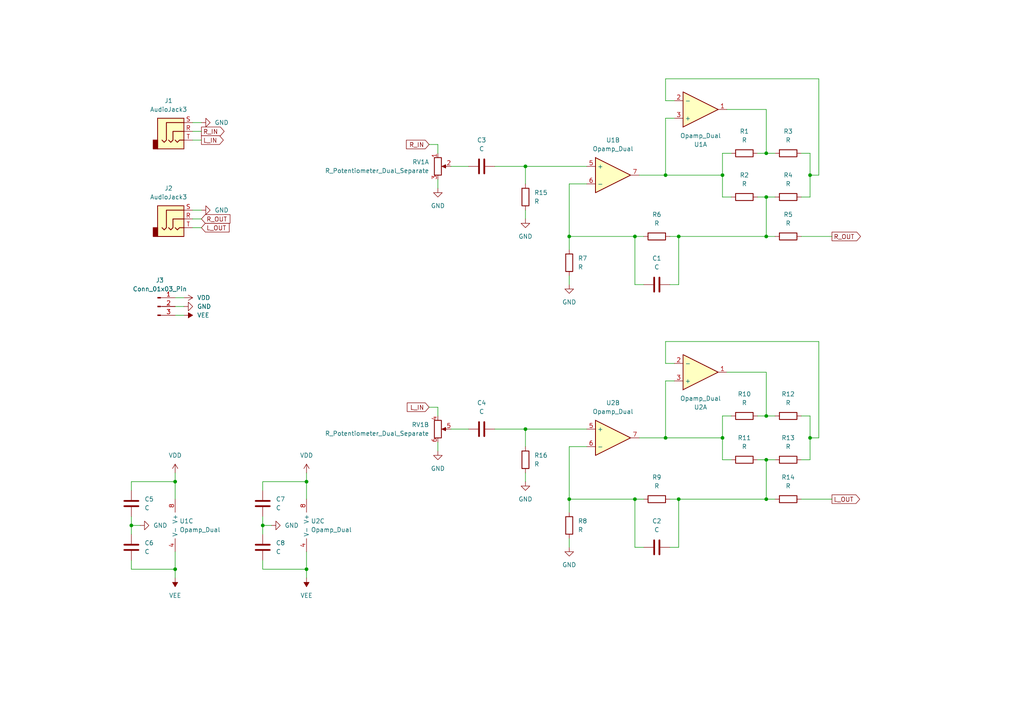
<source format=kicad_sch>
(kicad_sch (version 20230121) (generator eeschema)
  (paper "A4")
  (lib_symbols
    (symbol "Connector:Conn_01x03_Pin" (pin_names (offset 1.016) hide)
      (property "Reference" "J" (at 0 5.08 0))
      (property "Value" "Conn_01x03_Pin" (at 0 -5.08 0))
      (symbol "Conn_01x03_Pin_1_1"
        (polyline (pts (xy 1.27 -2.54) (xy 0.8636 -2.54)) (stroke (width 0.1524)))
        (polyline (pts (xy 1.27 0) (xy 0.8636 0)) (stroke (width 0.1524)))
        (polyline (pts (xy 1.27 2.54) (xy 0.8636 2.54)) (stroke (width 0.1524)))
        (rectangle (start 0.8636 -2.413) (end 0 -2.667) (stroke (width 0.1524)) (fill (type outline)))
        (rectangle (start 0.8636 0.127) (end 0 -0.127) (stroke (width 0.1524)) (fill (type outline)))
        (rectangle (start 0.8636 2.667) (end 0 2.413) (stroke (width 0.1524)) (fill (type outline)))
        (pin passive line (at 5.08 2.54 180) (length 3.81) (name "Pin_1") (number "1"))
        (pin passive line (at 5.08 0 180) (length 3.81) (name "Pin_2") (number "2"))
        (pin passive line (at 5.08 -2.54 180) (length 3.81) (name "Pin_3") (number "3"))
      )
    )
    (symbol "Connector_Audio:AudioJack3"
      (property "Reference" "J" (at 0 8.89 0))
      (property "Value" "AudioJack3" (at 0 6.35 0))
      (symbol "AudioJack3_0_1"
        (rectangle (start -5.08 -5.08) (end -6.35 -2.54) (stroke (width 0.254)) (fill (type outline)))
        (polyline (pts (xy 0 -2.54) (xy 0.635 -3.175) (xy 1.27 -2.54) (xy 2.54 -2.54)) (stroke (width 0.254)))
        (polyline (pts (xy -1.905 -2.54) (xy -1.27 -3.175) (xy -0.635 -2.54) (xy -0.635 0) (xy 2.54 0)) (stroke (width 0.254)))
        (polyline (pts (xy 2.54 2.54) (xy -2.54 2.54) (xy -2.54 -2.54) (xy -3.175 -3.175) (xy -3.81 -2.54)) (stroke (width 0.254)))
        (rectangle (start 2.54 3.81) (end -5.08 -5.08) (stroke (width 0.254)) (fill (type background)))
      )
      (symbol "AudioJack3_1_1"
        (pin passive line (at 5.08 0 180) (length 2.54) (name "~") (number "R"))
        (pin passive line (at 5.08 2.54 180) (length 2.54) (name "~") (number "S"))
        (pin passive line (at 5.08 -2.54 180) (length 2.54) (name "~") (number "T"))
      )
    )
    (symbol "Device:C" (pin_numbers hide) (pin_names (offset 0.254))
      (property "Reference" "C" (at 0.635 2.54 0))
      (property "Value" "C" (at 0.635 -2.54 0))
      (symbol "C_0_1"
        (polyline (pts (xy -2.032 -0.762) (xy 2.032 -0.762)) (stroke (width 0.508)))
        (polyline (pts (xy -2.032 0.762) (xy 2.032 0.762)) (stroke (width 0.508)))
      )
      (symbol "C_1_1"
        (pin passive line (at 0 3.81 270) (length 2.794) (name "~") (number "1"))
        (pin passive line (at 0 -3.81 90) (length 2.794) (name "~") (number "2"))
      )
    )
    (symbol "Device:Opamp_Dual"
      (property "Reference" "U" (at 0 5.08 0))
      (property "Value" "Opamp_Dual" (at 0 -5.08 0))
      (symbol "Opamp_Dual_1_1"
        (polyline (pts (xy -5.08 5.08) (xy 5.08 0) (xy -5.08 -5.08) (xy -5.08 5.08)) (stroke (width 0.254)) (fill (type background)))
        (pin output line (at 7.62 0 180) (length 2.54) (name "~") (number "1"))
        (pin input line (at -7.62 -2.54 0) (length 2.54) (name "-") (number "2"))
        (pin input line (at -7.62 2.54 0) (length 2.54) (name "+") (number "3"))
      )
      (symbol "Opamp_Dual_2_1"
        (polyline (pts (xy -5.08 5.08) (xy 5.08 0) (xy -5.08 -5.08) (xy -5.08 5.08)) (stroke (width 0.254)) (fill (type background)))
        (pin input line (at -7.62 2.54 0) (length 2.54) (name "+") (number "5"))
        (pin input line (at -7.62 -2.54 0) (length 2.54) (name "-") (number "6"))
        (pin output line (at 7.62 0 180) (length 2.54) (name "~") (number "7"))
      )
      (symbol "Opamp_Dual_3_1"
        (pin power_in line (at -2.54 -7.62 90) (length 3.81) (name "V-") (number "4"))
        (pin power_in line (at -2.54 7.62 270) (length 3.81) (name "V+") (number "8"))
      )
    )
    (symbol "Device:R" (pin_numbers hide) (pin_names (offset 0))
      (property "Reference" "R" (at 2.032 0 90))
      (property "Value" "R" (at 0 0 90))
      (symbol "R_0_1"
        (rectangle (start -1.016 -2.54) (end 1.016 2.54) (stroke (width 0.254)))
      )
      (symbol "R_1_1"
        (pin passive line (at 0 3.81 270) (length 1.27) (name "~") (number "1"))
        (pin passive line (at 0 -3.81 90) (length 1.27) (name "~") (number "2"))
      )
    )
    (symbol "Device:R_Potentiometer_Dual_Separate" (pin_names (offset 1.016) hide)
      (property "Reference" "RV" (at -4.445 0 90))
      (property "Value" "R_Potentiometer_Dual_Separate" (at -2.54 0 90))
      (symbol "R_Potentiometer_Dual_Separate_0_1"
        (polyline (pts (xy 2.54 0) (xy 1.524 0)))
        (polyline (pts (xy 1.143 0) (xy 2.286 0.508) (xy 2.286 -0.508) (xy 1.143 0)) (fill (type outline)))
        (rectangle (start 1.016 2.54) (end -1.016 -2.54) (stroke (width 0.254)))
      )
      (symbol "R_Potentiometer_Dual_Separate_1_1"
        (pin passive line (at 0 3.81 270) (length 1.27) (name "1") (number "1"))
        (pin passive line (at 3.81 0 180) (length 1.27) (name "2") (number "2"))
        (pin passive line (at 0 -3.81 90) (length 1.27) (name "3") (number "3"))
      )
      (symbol "R_Potentiometer_Dual_Separate_2_1"
        (pin passive line (at 0 3.81 270) (length 1.27) (name "4") (number "4"))
        (pin passive line (at 3.81 0 180) (length 1.27) (name "5") (number "5"))
        (pin passive line (at 0 -3.81 90) (length 1.27) (name "6") (number "6"))
      )
    )
    (symbol "power:GND" (power) (pin_names (offset 0))
      (property "Value" "GND" (at 0 -3.81 0))
      (symbol "GND_0_1"
        (polyline (pts (xy 0 0) (xy 0 -1.27) (xy 1.27 -1.27) (xy 0 -2.54) (xy -1.27 -1.27) (xy 0 -1.27)))
      )
      (symbol "GND_1_1"
        (pin power_in line (at 0 0 270) (length 0) hide (name "GND") (number "1"))
      )
    )
    (symbol "power:VDD" (power) (pin_names (offset 0))
      (property "Value" "VDD" (at 0 3.81 0))
      (symbol "VDD_0_1"
        (polyline (pts (xy -0.762 1.27) (xy 0 2.54)))
        (polyline (pts (xy 0 0) (xy 0 2.54)))
        (polyline (pts (xy 0 2.54) (xy 0.762 1.27)))
      )
      (symbol "VDD_1_1"
        (pin power_in line (at 0 0 90) (length 0) hide (name "VDD") (number "1"))
      )
    )
    (symbol "power:VEE" (power) (pin_names (offset 0))
      (property "Value" "VEE" (at 0 3.81 0))
      (symbol "VEE_0_1"
        (polyline (pts (xy 0 0) (xy 0 2.54)))
        (polyline (pts (xy 0.762 1.27) (xy -0.762 1.27) (xy 0 2.54) (xy 0.762 1.27)) (fill (type outline)))
      )
      (symbol "VEE_1_1"
        (pin power_in line (at 0 0 90) (length 0) hide (name "VEE") (number "1"))
      )
    )
  )
  (junction (at 222.25 120.65))
  (junction (at 222.25 144.78))
  (junction (at 88.9 165.1))
  (junction (at 222.25 44.45))
  (junction (at 222.25 133.35))
  (junction (at 184.15 68.58))
  (junction (at 88.9 139.7))
  (junction (at 165.1 68.58))
  (junction (at 38.1 152.4))
  (junction (at 184.15 144.78))
  (junction (at 165.1 144.78))
  (junction (at 193.04 127))
  (junction (at 50.8 139.7))
  (junction (at 209.55 50.8))
  (junction (at 209.55 127))
  (junction (at 193.04 50.8))
  (junction (at 196.85 144.78))
  (junction (at 152.4 48.26))
  (junction (at 234.95 127))
  (junction (at 50.8 165.1))
  (junction (at 196.85 68.58))
  (junction (at 234.95 50.8))
  (junction (at 152.4 124.46))
  (junction (at 222.25 57.15))
  (junction (at 222.25 68.58))
  (junction (at 76.2 152.4))
  (wire (pts (xy 76.2 152.4) (xy 78.74 152.4)))
  (wire (pts (xy 222.25 31.75) (xy 222.25 44.45)))
  (wire (pts (xy 193.04 22.86) (xy 237.49 22.86)))
  (wire (pts (xy 193.04 127) (xy 209.55 127)))
  (wire (pts (xy 127 52.07) (xy 127 54.61)))
  (wire (pts (xy 50.8 139.7) (xy 38.1 139.7)))
  (wire (pts (xy 38.1 162.56) (xy 38.1 165.1)))
  (wire (pts (xy 219.71 44.45) (xy 222.25 44.45)))
  (wire (pts (xy 184.15 144.78) (xy 184.15 158.75)))
  (wire (pts (xy 143.51 124.46) (xy 152.4 124.46)))
  (wire (pts (xy 237.49 99.06) (xy 237.49 127)))
  (wire (pts (xy 185.42 127) (xy 193.04 127)))
  (wire (pts (xy 222.25 44.45) (xy 224.79 44.45)))
  (wire (pts (xy 152.4 124.46) (xy 152.4 129.54)))
  (wire (pts (xy 127 128.27) (xy 127 130.81)))
  (wire (pts (xy 193.04 34.29) (xy 193.04 50.8)))
  (wire (pts (xy 234.95 44.45) (xy 232.41 44.45)))
  (wire (pts (xy 88.9 139.7) (xy 88.9 144.78)))
  (wire (pts (xy 38.1 152.4) (xy 38.1 154.94)))
  (wire (pts (xy 76.2 152.4) (xy 76.2 154.94)))
  (wire (pts (xy 55.88 66.04) (xy 58.42 66.04)))
  (wire (pts (xy 124.46 118.11) (xy 127 118.11)))
  (wire (pts (xy 55.88 38.1) (xy 58.42 38.1)))
  (wire (pts (xy 88.9 137.16) (xy 88.9 139.7)))
  (wire (pts (xy 193.04 105.41) (xy 193.04 99.06)))
  (wire (pts (xy 38.1 139.7) (xy 38.1 142.24)))
  (wire (pts (xy 232.41 133.35) (xy 234.95 133.35)))
  (wire (pts (xy 219.71 57.15) (xy 222.25 57.15)))
  (wire (pts (xy 50.8 160.02) (xy 50.8 165.1)))
  (wire (pts (xy 152.4 137.16) (xy 152.4 139.7)))
  (wire (pts (xy 193.04 127) (xy 193.04 110.49)))
  (wire (pts (xy 234.95 50.8) (xy 234.95 44.45)))
  (wire (pts (xy 76.2 142.24) (xy 76.2 139.7)))
  (wire (pts (xy 88.9 165.1) (xy 76.2 165.1)))
  (wire (pts (xy 76.2 149.86) (xy 76.2 152.4)))
  (wire (pts (xy 38.1 152.4) (xy 40.64 152.4)))
  (wire (pts (xy 210.82 31.75) (xy 222.25 31.75)))
  (wire (pts (xy 50.8 137.16) (xy 50.8 139.7)))
  (wire (pts (xy 234.95 133.35) (xy 234.95 127)))
  (wire (pts (xy 50.8 91.44) (xy 53.34 91.44)))
  (wire (pts (xy 209.55 127) (xy 209.55 120.65)))
  (wire (pts (xy 38.1 165.1) (xy 50.8 165.1)))
  (wire (pts (xy 222.25 133.35) (xy 224.79 133.35)))
  (wire (pts (xy 209.55 50.8) (xy 209.55 57.15)))
  (wire (pts (xy 209.55 57.15) (xy 212.09 57.15)))
  (wire (pts (xy 234.95 57.15) (xy 232.41 57.15)))
  (wire (pts (xy 196.85 82.55) (xy 194.31 82.55)))
  (wire (pts (xy 222.25 120.65) (xy 222.25 107.95)))
  (wire (pts (xy 209.55 120.65) (xy 212.09 120.65)))
  (wire (pts (xy 165.1 68.58) (xy 165.1 72.39)))
  (wire (pts (xy 224.79 144.78) (xy 222.25 144.78)))
  (wire (pts (xy 195.58 34.29) (xy 193.04 34.29)))
  (wire (pts (xy 152.4 124.46) (xy 170.18 124.46)))
  (wire (pts (xy 165.1 80.01) (xy 165.1 82.55)))
  (wire (pts (xy 165.1 129.54) (xy 170.18 129.54)))
  (wire (pts (xy 186.69 82.55) (xy 184.15 82.55)))
  (wire (pts (xy 194.31 158.75) (xy 196.85 158.75)))
  (wire (pts (xy 152.4 48.26) (xy 170.18 48.26)))
  (wire (pts (xy 222.25 144.78) (xy 222.25 133.35)))
  (wire (pts (xy 55.88 63.5) (xy 58.42 63.5)))
  (wire (pts (xy 88.9 165.1) (xy 88.9 167.64)))
  (wire (pts (xy 165.1 156.21) (xy 165.1 158.75)))
  (wire (pts (xy 222.25 107.95) (xy 210.82 107.95)))
  (wire (pts (xy 50.8 88.9) (xy 53.34 88.9)))
  (wire (pts (xy 55.88 35.56) (xy 58.42 35.56)))
  (wire (pts (xy 127 118.11) (xy 127 120.65)))
  (wire (pts (xy 184.15 68.58) (xy 186.69 68.58)))
  (wire (pts (xy 222.25 57.15) (xy 224.79 57.15)))
  (wire (pts (xy 196.85 158.75) (xy 196.85 144.78)))
  (wire (pts (xy 127 41.91) (xy 127 44.45)))
  (wire (pts (xy 209.55 44.45) (xy 212.09 44.45)))
  (wire (pts (xy 50.8 139.7) (xy 50.8 144.78)))
  (wire (pts (xy 195.58 29.21) (xy 193.04 29.21)))
  (wire (pts (xy 55.88 60.96) (xy 58.42 60.96)))
  (wire (pts (xy 50.8 86.36) (xy 53.34 86.36)))
  (wire (pts (xy 234.95 50.8) (xy 234.95 57.15)))
  (wire (pts (xy 165.1 53.34) (xy 165.1 68.58)))
  (wire (pts (xy 222.25 57.15) (xy 222.25 68.58)))
  (wire (pts (xy 194.31 144.78) (xy 196.85 144.78)))
  (wire (pts (xy 76.2 165.1) (xy 76.2 162.56)))
  (wire (pts (xy 124.46 41.91) (xy 127 41.91)))
  (wire (pts (xy 55.88 40.64) (xy 58.42 40.64)))
  (wire (pts (xy 193.04 99.06) (xy 237.49 99.06)))
  (wire (pts (xy 193.04 50.8) (xy 209.55 50.8)))
  (wire (pts (xy 184.15 144.78) (xy 165.1 144.78)))
  (wire (pts (xy 152.4 48.26) (xy 152.4 53.34)))
  (wire (pts (xy 237.49 22.86) (xy 237.49 50.8)))
  (wire (pts (xy 237.49 50.8) (xy 234.95 50.8)))
  (wire (pts (xy 152.4 60.96) (xy 152.4 63.5)))
  (wire (pts (xy 196.85 68.58) (xy 222.25 68.58)))
  (wire (pts (xy 170.18 53.34) (xy 165.1 53.34)))
  (wire (pts (xy 219.71 120.65) (xy 222.25 120.65)))
  (wire (pts (xy 184.15 82.55) (xy 184.15 68.58)))
  (wire (pts (xy 222.25 68.58) (xy 224.79 68.58)))
  (wire (pts (xy 209.55 50.8) (xy 209.55 44.45)))
  (wire (pts (xy 196.85 68.58) (xy 196.85 82.55)))
  (wire (pts (xy 194.31 68.58) (xy 196.85 68.58)))
  (wire (pts (xy 193.04 29.21) (xy 193.04 22.86)))
  (wire (pts (xy 184.15 158.75) (xy 186.69 158.75)))
  (wire (pts (xy 38.1 149.86) (xy 38.1 152.4)))
  (wire (pts (xy 234.95 120.65) (xy 232.41 120.65)))
  (wire (pts (xy 50.8 165.1) (xy 50.8 167.64)))
  (wire (pts (xy 130.81 48.26) (xy 135.89 48.26)))
  (wire (pts (xy 209.55 133.35) (xy 209.55 127)))
  (wire (pts (xy 88.9 160.02) (xy 88.9 165.1)))
  (wire (pts (xy 212.09 133.35) (xy 209.55 133.35)))
  (wire (pts (xy 165.1 68.58) (xy 184.15 68.58)))
  (wire (pts (xy 130.81 124.46) (xy 135.89 124.46)))
  (wire (pts (xy 193.04 110.49) (xy 195.58 110.49)))
  (wire (pts (xy 219.71 133.35) (xy 222.25 133.35)))
  (wire (pts (xy 195.58 105.41) (xy 193.04 105.41)))
  (wire (pts (xy 186.69 144.78) (xy 184.15 144.78)))
  (wire (pts (xy 237.49 127) (xy 234.95 127)))
  (wire (pts (xy 222.25 120.65) (xy 224.79 120.65)))
  (wire (pts (xy 143.51 48.26) (xy 152.4 48.26)))
  (wire (pts (xy 234.95 127) (xy 234.95 120.65)))
  (wire (pts (xy 232.41 144.78) (xy 241.3 144.78)))
  (wire (pts (xy 76.2 139.7) (xy 88.9 139.7)))
  (wire (pts (xy 165.1 144.78) (xy 165.1 148.59)))
  (wire (pts (xy 165.1 144.78) (xy 165.1 129.54)))
  (wire (pts (xy 232.41 68.58) (xy 241.3 68.58)))
  (wire (pts (xy 196.85 144.78) (xy 222.25 144.78)))
  (wire (pts (xy 185.42 50.8) (xy 193.04 50.8)))
  (global_label "R_IN" (shape input) (at 124.46 41.91 180) (property "Intersheetrefs" "${INTERSHEET_REFS}" (effects hide)))
  (global_label "L_OUT" (shape output) (at 241.3 144.78 0) (property "Intersheetrefs" "${INTERSHEET_REFS}" (effects hide)))
  (global_label "L_IN" (shape output) (at 58.42 40.64 0) (property "Intersheetrefs" "${INTERSHEET_REFS}" (effects hide)))
  (global_label "L_OUT" (shape input) (at 58.42 66.04 0) (property "Intersheetrefs" "${INTERSHEET_REFS}" (effects hide)))
  (global_label "R_OUT" (shape input) (at 58.42 63.5 0) (property "Intersheetrefs" "${INTERSHEET_REFS}" (effects hide)))
  (global_label "R_OUT" (shape output) (at 241.3 68.58 0) (property "Intersheetrefs" "${INTERSHEET_REFS}" (effects hide)))
  (global_label "R_IN" (shape output) (at 58.42 38.1 0) (property "Intersheetrefs" "${INTERSHEET_REFS}" (effects hide)))
  (global_label "L_IN" (shape input) (at 124.46 118.11 180) (property "Intersheetrefs" "${INTERSHEET_REFS}" (effects hide)))
  (symbol (lib_id "Device:R") (at 215.9 57.15 90) (unit 1)
    (property "Reference" "R2" (at 215.9 50.8 90))
    (property "Value" "R" (at 215.9 53.34 90))
  )
  (symbol (lib_id "power:GND") (at 58.42 35.56 90) (unit 1)
    (property "Reference" "#PWR04" (effects hide))
    (property "Value" "GND" (at 62.23 35.56 90) (effects (justify right)))
  )
  (symbol (lib_id "Device:R") (at 228.6 57.15 90) (unit 1)
    (property "Reference" "R4" (at 228.6 50.8 90))
    (property "Value" "R" (at 228.6 53.34 90))
  )
  (symbol (lib_id "power:GND") (at 165.1 158.75 0) (unit 1)
    (property "Reference" "#PWR09" (effects hide))
    (property "Value" "GND" (at 165.1 163.83 0))
  )
  (symbol (lib_id "Device:Opamp_Dual") (at 203.2 31.75 0) (mirror x) (unit 1)
    (property "Reference" "U1" (at 203.2 41.91 0))
    (property "Value" "Opamp_Dual" (at 203.2 39.37 0))
  )
  (symbol (lib_id "power:VDD") (at 53.34 86.36 270) (unit 1)
    (property "Reference" "#PWR01" (effects hide))
    (property "Value" "VDD" (at 57.15 86.36 90) (effects (justify left)))
  )
  (symbol (lib_id "Connector_Audio:AudioJack3") (at 50.8 38.1 0) (unit 1)
    (property "Reference" "J1" (at 48.895 29.21 0))
    (property "Value" "AudioJack3" (at 48.895 31.75 0))
  )
  (symbol (lib_id "Connector_Audio:AudioJack3") (at 50.8 63.5 0) (unit 1)
    (property "Reference" "J2" (at 48.895 54.61 0))
    (property "Value" "AudioJack3" (at 48.895 57.15 0))
  )
  (symbol (lib_id "Device:R") (at 228.6 120.65 90) (unit 1)
    (property "Reference" "R12" (at 228.6 114.3 90))
    (property "Value" "R" (at 228.6 116.84 90))
  )
  (symbol (lib_id "Device:Opamp_Dual") (at 91.44 152.4 0) (unit 3)
    (property "Reference" "U2" (at 90.17 151.13 0) (effects (justify left)))
    (property "Value" "Opamp_Dual" (at 90.17 153.67 0) (effects (justify left)))
  )
  (symbol (lib_id "Device:R") (at 165.1 152.4 0) (unit 1)
    (property "Reference" "R8" (at 167.64 151.13 0) (effects (justify left)))
    (property "Value" "R" (at 167.64 153.67 0) (effects (justify left)))
  )
  (symbol (lib_id "Device:C") (at 76.2 146.05 0) (unit 1)
    (property "Reference" "C7" (at 80.01 144.78 0) (effects (justify left)))
    (property "Value" "C" (at 80.01 147.32 0) (effects (justify left)))
  )
  (symbol (lib_id "Device:C") (at 139.7 124.46 90) (unit 1)
    (property "Reference" "C4" (at 139.7 116.84 90))
    (property "Value" "C" (at 139.7 119.38 90))
  )
  (symbol (lib_id "power:GND") (at 152.4 139.7 0) (unit 1)
    (property "Reference" "#PWR08" (effects hide))
    (property "Value" "GND" (at 152.4 144.78 0))
  )
  (symbol (lib_id "Device:Opamp_Dual") (at 177.8 50.8 0) (unit 2)
    (property "Reference" "U1" (at 177.8 40.64 0))
    (property "Value" "Opamp_Dual" (at 177.8 43.18 0))
  )
  (symbol (lib_id "power:GND") (at 58.42 60.96 90) (unit 1)
    (property "Reference" "#PWR05" (effects hide))
    (property "Value" "GND" (at 62.23 60.96 90) (effects (justify right)))
  )
  (symbol (lib_id "power:GND") (at 152.4 63.5 0) (unit 1)
    (property "Reference" "#PWR011" (effects hide))
    (property "Value" "GND" (at 152.4 68.58 0))
  )
  (symbol (lib_id "power:VEE") (at 50.8 167.64 180) (unit 1)
    (property "Reference" "#PWR014" (effects hide))
    (property "Value" "VEE" (at 50.8 172.72 0))
  )
  (symbol (lib_id "Device:C") (at 38.1 146.05 0) (unit 1)
    (property "Reference" "C5" (at 41.91 144.78 0) (effects (justify left)))
    (property "Value" "C" (at 41.91 147.32 0) (effects (justify left)))
  )
  (symbol (lib_id "Device:C") (at 38.1 158.75 0) (unit 1)
    (property "Reference" "C6" (at 41.91 157.48 0) (effects (justify left)))
    (property "Value" "C" (at 41.91 160.02 0) (effects (justify left)))
  )
  (symbol (lib_id "Device:C") (at 139.7 48.26 90) (unit 1)
    (property "Reference" "C3" (at 139.7 40.64 90))
    (property "Value" "C" (at 139.7 43.18 90))
  )
  (symbol (lib_id "power:VEE") (at 88.9 167.64 180) (unit 1)
    (property "Reference" "#PWR015" (effects hide))
    (property "Value" "VEE" (at 88.9 172.72 0))
  )
  (symbol (lib_id "power:GND") (at 127 130.81 0) (unit 1)
    (property "Reference" "#PWR07" (effects hide))
    (property "Value" "GND" (at 127 135.89 0))
  )
  (symbol (lib_id "Device:R_Potentiometer_Dual_Separate") (at 127 124.46 0) (unit 2)
    (property "Reference" "RV1" (at 124.46 123.19 0) (effects (justify right)))
    (property "Value" "R_Potentiometer_Dual_Separate" (at 124.46 125.73 0) (effects (justify right)))
  )
  (symbol (lib_id "Device:R") (at 228.6 133.35 90) (unit 1)
    (property "Reference" "R13" (at 228.6 127 90))
    (property "Value" "R" (at 228.6 129.54 90))
  )
  (symbol (lib_id "Device:R") (at 190.5 144.78 90) (unit 1)
    (property "Reference" "R9" (at 190.5 138.43 90))
    (property "Value" "R" (at 190.5 140.97 90))
  )
  (symbol (lib_id "Device:R") (at 152.4 57.15 0) (unit 1)
    (property "Reference" "R15" (at 154.94 55.88 0) (effects (justify left)))
    (property "Value" "R" (at 154.94 58.42 0) (effects (justify left)))
  )
  (symbol (lib_id "power:VEE") (at 53.34 91.44 270) (unit 1)
    (property "Reference" "#PWR03" (effects hide))
    (property "Value" "VEE" (at 57.15 91.44 90) (effects (justify left)))
  )
  (symbol (lib_id "Device:C") (at 190.5 158.75 90) (unit 1)
    (property "Reference" "C2" (at 190.5 151.13 90))
    (property "Value" "C" (at 190.5 153.67 90))
  )
  (symbol (lib_id "Device:Opamp_Dual") (at 53.34 152.4 0) (unit 3)
    (property "Reference" "U1" (at 52.07 151.13 0) (effects (justify left)))
    (property "Value" "Opamp_Dual" (at 52.07 153.67 0) (effects (justify left)))
  )
  (symbol (lib_id "Device:Opamp_Dual") (at 177.8 127 0) (unit 2)
    (property "Reference" "U2" (at 177.8 116.84 0))
    (property "Value" "Opamp_Dual" (at 177.8 119.38 0))
  )
  (symbol (lib_id "Device:R") (at 190.5 68.58 90) (unit 1)
    (property "Reference" "R6" (at 190.5 62.23 90))
    (property "Value" "R" (at 190.5 64.77 90))
  )
  (symbol (lib_id "Device:R") (at 228.6 44.45 90) (unit 1)
    (property "Reference" "R3" (at 228.6 38.1 90))
    (property "Value" "R" (at 228.6 40.64 90))
  )
  (symbol (lib_id "Device:R") (at 215.9 44.45 90) (unit 1)
    (property "Reference" "R1" (at 215.9 38.1 90))
    (property "Value" "R" (at 215.9 40.64 90))
  )
  (symbol (lib_id "Device:R") (at 228.6 144.78 90) (unit 1)
    (property "Reference" "R14" (at 228.6 138.43 90))
    (property "Value" "R" (at 228.6 140.97 90))
  )
  (symbol (lib_id "power:VDD") (at 88.9 137.16 0) (mirror y) (unit 1)
    (property "Reference" "#PWR012" (effects hide))
    (property "Value" "VDD" (at 88.9 132.08 0))
  )
  (symbol (lib_id "power:VDD") (at 50.8 137.16 0) (mirror y) (unit 1)
    (property "Reference" "#PWR013" (effects hide))
    (property "Value" "VDD" (at 50.8 132.08 0))
  )
  (symbol (lib_id "Connector:Conn_01x03_Pin") (at 45.72 88.9 0) (unit 1)
    (property "Reference" "J3" (at 46.355 81.28 0))
    (property "Value" "Conn_01x03_Pin" (at 46.355 83.82 0))
  )
  (symbol (lib_id "power:GND") (at 53.34 88.9 90) (unit 1)
    (property "Reference" "#PWR02" (effects hide))
    (property "Value" "GND" (at 57.15 88.9 90) (effects (justify right)))
  )
  (symbol (lib_id "Device:R") (at 152.4 133.35 0) (unit 1)
    (property "Reference" "R16" (at 154.94 132.08 0) (effects (justify left)))
    (property "Value" "R" (at 154.94 134.62 0) (effects (justify left)))
  )
  (symbol (lib_id "power:GND") (at 40.64 152.4 90) (unit 1)
    (property "Reference" "#PWR016" (effects hide))
    (property "Value" "GND" (at 44.45 152.4 90) (effects (justify right)))
  )
  (symbol (lib_id "Device:R") (at 165.1 76.2 0) (unit 1)
    (property "Reference" "R7" (at 167.64 74.93 0) (effects (justify left)))
    (property "Value" "R" (at 167.64 77.47 0) (effects (justify left)))
  )
  (symbol (lib_id "Device:R") (at 215.9 133.35 90) (unit 1)
    (property "Reference" "R11" (at 215.9 127 90))
    (property "Value" "R" (at 215.9 129.54 90))
  )
  (symbol (lib_id "power:GND") (at 127 54.61 0) (unit 1)
    (property "Reference" "#PWR06" (effects hide))
    (property "Value" "GND" (at 127 59.69 0))
  )
  (symbol (lib_id "Device:C") (at 76.2 158.75 0) (unit 1)
    (property "Reference" "C8" (at 80.01 157.48 0) (effects (justify left)))
    (property "Value" "C" (at 80.01 160.02 0) (effects (justify left)))
  )
  (symbol (lib_id "power:GND") (at 165.1 82.55 0) (unit 1)
    (property "Reference" "#PWR010" (effects hide))
    (property "Value" "GND" (at 165.1 87.63 0))
  )
  (symbol (lib_id "Device:R_Potentiometer_Dual_Separate") (at 127 48.26 0) (unit 1)
    (property "Reference" "RV1" (at 124.46 46.99 0) (effects (justify right)))
    (property "Value" "R_Potentiometer_Dual_Separate" (at 124.46 49.53 0) (effects (justify right)))
  )
  (symbol (lib_id "Device:C") (at 190.5 82.55 90) (unit 1)
    (property "Reference" "C1" (at 190.5 74.93 90))
    (property "Value" "C" (at 190.5 77.47 90))
  )
  (symbol (lib_id "Device:R") (at 228.6 68.58 90) (unit 1)
    (property "Reference" "R5" (at 228.6 62.23 90))
    (property "Value" "R" (at 228.6 64.77 90))
  )
  (symbol (lib_id "Device:R") (at 215.9 120.65 90) (unit 1)
    (property "Reference" "R10" (at 215.9 114.3 90))
    (property "Value" "R" (at 215.9 116.84 90))
  )
  (symbol (lib_id "Device:Opamp_Dual") (at 203.2 107.95 0) (mirror x) (unit 1)
    (property "Reference" "U2" (at 203.2 118.11 0))
    (property "Value" "Opamp_Dual" (at 203.2 115.57 0))
  )
  (symbol (lib_id "power:GND") (at 78.74 152.4 90) (unit 1)
    (property "Reference" "#PWR017" (effects hide))
    (property "Value" "GND" (at 82.55 152.4 90) (effects (justify right)))
  )
)
</source>
